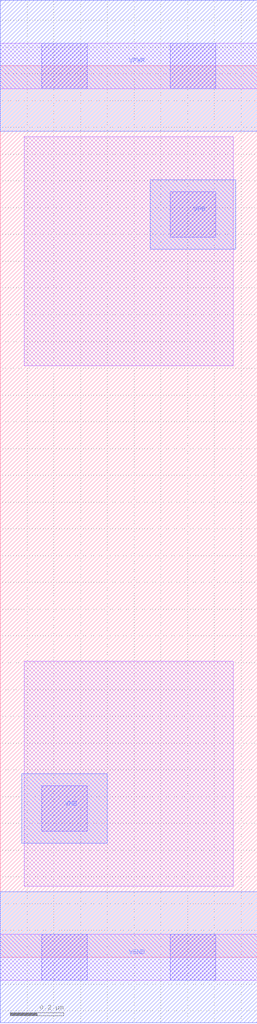
<source format=lef>
# Copyright 2020 The SkyWater PDK Authors
#
# Licensed under the Apache License, Version 2.0 (the "License");
# you may not use this file except in compliance with the License.
# You may obtain a copy of the License at
#
#     https://www.apache.org/licenses/LICENSE-2.0
#
# Unless required by applicable law or agreed to in writing, software
# distributed under the License is distributed on an "AS IS" BASIS,
# WITHOUT WARRANTIES OR CONDITIONS OF ANY KIND, either express or implied.
# See the License for the specific language governing permissions and
# limitations under the License.
#
# SPDX-License-Identifier: Apache-2.0

VERSION 5.5 ;
NAMESCASESENSITIVE ON ;
BUSBITCHARS "[]" ;
DIVIDERCHAR "/" ;
MACRO sky130_fd_sc_hs__tapmet1_2
  CLASS CORE WELLTAP ;
  SOURCE USER ;
  ORIGIN  0.000000  0.000000 ;
  SIZE  0.960000 BY  3.330000 ;
  SYMMETRY X Y ;
  SITE unit ;
  PIN VGND
    DIRECTION INOUT ;
    USE GROUND ;
    PORT
      LAYER met1 ;
        RECT 0.000000 -0.245000 0.960000 0.245000 ;
    END
  END VGND
  PIN VNB
    DIRECTION INOUT ;
    USE GROUND ;
    PORT
      LAYER met1 ;
        RECT 0.080000 0.425000 0.400000 0.685000 ;
    END
  END VNB
  PIN VPB
    DIRECTION INOUT ;
    USE POWER ;
    PORT
      LAYER met1 ;
        RECT 0.560000 2.645000 0.880000 2.905000 ;
    END
  END VPB
  PIN VPWR
    DIRECTION INOUT ;
    USE POWER ;
    PORT
      LAYER met1 ;
        RECT 0.000000 3.085000 0.960000 3.575000 ;
    END
  END VPWR
  OBS
    LAYER li1 ;
      RECT 0.000000 -0.085000 0.960000 0.085000 ;
      RECT 0.000000  3.245000 0.960000 3.415000 ;
      RECT 0.090000  0.265000 0.870000 1.105000 ;
      RECT 0.090000  2.210000 0.870000 3.065000 ;
    LAYER mcon ;
      RECT 0.155000 -0.085000 0.325000 0.085000 ;
      RECT 0.155000  0.470000 0.325000 0.640000 ;
      RECT 0.155000  3.245000 0.325000 3.415000 ;
      RECT 0.635000 -0.085000 0.805000 0.085000 ;
      RECT 0.635000  2.690000 0.805000 2.860000 ;
      RECT 0.635000  3.245000 0.805000 3.415000 ;
  END
END sky130_fd_sc_hs__tapmet1_2
END LIBRARY

</source>
